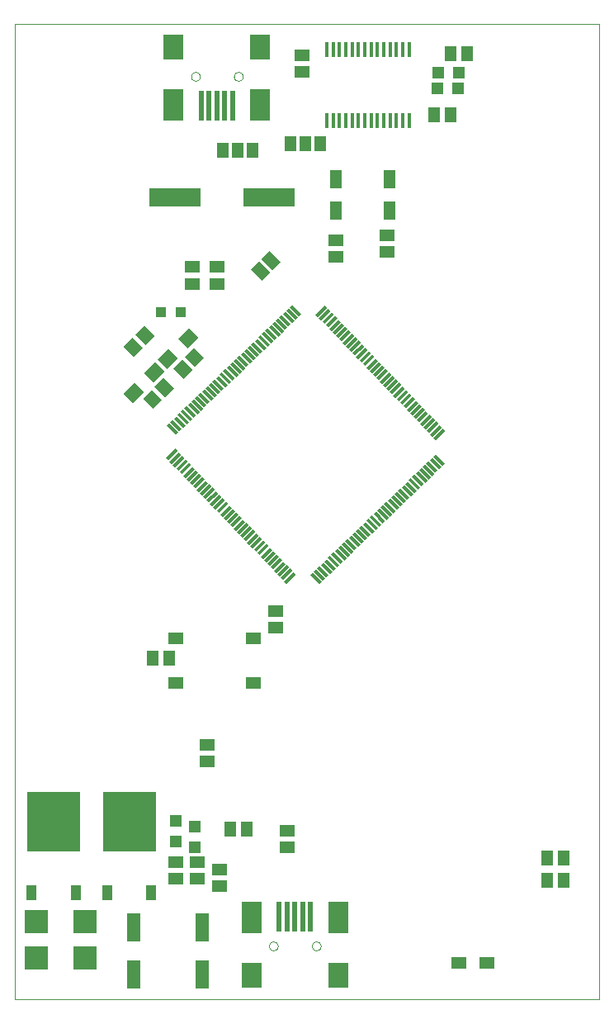
<source format=gtp>
G75*
%MOIN*%
%OFA0B0*%
%FSLAX24Y24*%
%IPPOS*%
%LPD*%
%AMOC8*
5,1,8,0,0,1.08239X$1,22.5*
%
%ADD10C,0.0000*%
%ADD11R,0.0531X0.0138*%
%ADD12R,0.0591X0.0512*%
%ADD13R,0.2126X0.2441*%
%ADD14R,0.0394X0.0630*%
%ADD15R,0.0945X0.0945*%
%ADD16R,0.0551X0.1181*%
%ADD17R,0.0787X0.0984*%
%ADD18R,0.0787X0.1299*%
%ADD19R,0.0197X0.1220*%
%ADD20R,0.0591X0.0472*%
%ADD21R,0.0512X0.0591*%
%ADD22R,0.0630X0.0551*%
%ADD23R,0.0394X0.0394*%
%ADD24R,0.2100X0.0760*%
%ADD25R,0.0512X0.0748*%
%ADD26R,0.0460X0.0630*%
%ADD27R,0.0472X0.0472*%
%ADD28R,0.0610X0.0512*%
%ADD29R,0.0157X0.0591*%
D10*
X000169Y001990D02*
X000169Y041360D01*
X023791Y041360D01*
X023791Y001990D01*
X000169Y001990D01*
X010445Y004155D02*
X010447Y004181D01*
X010453Y004207D01*
X010463Y004232D01*
X010476Y004255D01*
X010492Y004275D01*
X010512Y004293D01*
X010534Y004308D01*
X010557Y004320D01*
X010583Y004328D01*
X010609Y004332D01*
X010635Y004332D01*
X010661Y004328D01*
X010687Y004320D01*
X010711Y004308D01*
X010732Y004293D01*
X010752Y004275D01*
X010768Y004255D01*
X010781Y004232D01*
X010791Y004207D01*
X010797Y004181D01*
X010799Y004155D01*
X010797Y004129D01*
X010791Y004103D01*
X010781Y004078D01*
X010768Y004055D01*
X010752Y004035D01*
X010732Y004017D01*
X010710Y004002D01*
X010687Y003990D01*
X010661Y003982D01*
X010635Y003978D01*
X010609Y003978D01*
X010583Y003982D01*
X010557Y003990D01*
X010533Y004002D01*
X010512Y004017D01*
X010492Y004035D01*
X010476Y004055D01*
X010463Y004078D01*
X010453Y004103D01*
X010447Y004129D01*
X010445Y004155D01*
X012177Y004155D02*
X012179Y004181D01*
X012185Y004207D01*
X012195Y004232D01*
X012208Y004255D01*
X012224Y004275D01*
X012244Y004293D01*
X012266Y004308D01*
X012289Y004320D01*
X012315Y004328D01*
X012341Y004332D01*
X012367Y004332D01*
X012393Y004328D01*
X012419Y004320D01*
X012443Y004308D01*
X012464Y004293D01*
X012484Y004275D01*
X012500Y004255D01*
X012513Y004232D01*
X012523Y004207D01*
X012529Y004181D01*
X012531Y004155D01*
X012529Y004129D01*
X012523Y004103D01*
X012513Y004078D01*
X012500Y004055D01*
X012484Y004035D01*
X012464Y004017D01*
X012442Y004002D01*
X012419Y003990D01*
X012393Y003982D01*
X012367Y003978D01*
X012341Y003978D01*
X012315Y003982D01*
X012289Y003990D01*
X012265Y004002D01*
X012244Y004017D01*
X012224Y004035D01*
X012208Y004055D01*
X012195Y004078D01*
X012185Y004103D01*
X012179Y004129D01*
X012177Y004155D01*
X009027Y039254D02*
X009029Y039280D01*
X009035Y039306D01*
X009045Y039331D01*
X009058Y039354D01*
X009074Y039374D01*
X009094Y039392D01*
X009116Y039407D01*
X009139Y039419D01*
X009165Y039427D01*
X009191Y039431D01*
X009217Y039431D01*
X009243Y039427D01*
X009269Y039419D01*
X009293Y039407D01*
X009314Y039392D01*
X009334Y039374D01*
X009350Y039354D01*
X009363Y039331D01*
X009373Y039306D01*
X009379Y039280D01*
X009381Y039254D01*
X009379Y039228D01*
X009373Y039202D01*
X009363Y039177D01*
X009350Y039154D01*
X009334Y039134D01*
X009314Y039116D01*
X009292Y039101D01*
X009269Y039089D01*
X009243Y039081D01*
X009217Y039077D01*
X009191Y039077D01*
X009165Y039081D01*
X009139Y039089D01*
X009115Y039101D01*
X009094Y039116D01*
X009074Y039134D01*
X009058Y039154D01*
X009045Y039177D01*
X009035Y039202D01*
X009029Y039228D01*
X009027Y039254D01*
X007295Y039254D02*
X007297Y039280D01*
X007303Y039306D01*
X007313Y039331D01*
X007326Y039354D01*
X007342Y039374D01*
X007362Y039392D01*
X007384Y039407D01*
X007407Y039419D01*
X007433Y039427D01*
X007459Y039431D01*
X007485Y039431D01*
X007511Y039427D01*
X007537Y039419D01*
X007561Y039407D01*
X007582Y039392D01*
X007602Y039374D01*
X007618Y039354D01*
X007631Y039331D01*
X007641Y039306D01*
X007647Y039280D01*
X007649Y039254D01*
X007647Y039228D01*
X007641Y039202D01*
X007631Y039177D01*
X007618Y039154D01*
X007602Y039134D01*
X007582Y039116D01*
X007560Y039101D01*
X007537Y039089D01*
X007511Y039081D01*
X007485Y039077D01*
X007459Y039077D01*
X007433Y039081D01*
X007407Y039089D01*
X007383Y039101D01*
X007362Y039116D01*
X007342Y039134D01*
X007326Y039154D01*
X007313Y039177D01*
X007303Y039202D01*
X007297Y039228D01*
X007295Y039254D01*
D11*
G36*
X011653Y029568D02*
X011287Y029950D01*
X011387Y030046D01*
X011753Y029664D01*
X011653Y029568D01*
G37*
G36*
X011511Y029431D02*
X011145Y029813D01*
X011245Y029909D01*
X011611Y029527D01*
X011511Y029431D01*
G37*
G36*
X011369Y029295D02*
X011003Y029677D01*
X011103Y029773D01*
X011469Y029391D01*
X011369Y029295D01*
G37*
G36*
X011227Y029159D02*
X010861Y029541D01*
X010961Y029637D01*
X011327Y029255D01*
X011227Y029159D01*
G37*
G36*
X011085Y029023D02*
X010719Y029405D01*
X010819Y029501D01*
X011185Y029119D01*
X011085Y029023D01*
G37*
G36*
X010942Y028886D02*
X010576Y029268D01*
X010676Y029364D01*
X011042Y028982D01*
X010942Y028886D01*
G37*
G36*
X010800Y028750D02*
X010434Y029132D01*
X010534Y029228D01*
X010900Y028846D01*
X010800Y028750D01*
G37*
G36*
X010658Y028614D02*
X010292Y028996D01*
X010392Y029092D01*
X010758Y028710D01*
X010658Y028614D01*
G37*
G36*
X010516Y028478D02*
X010150Y028860D01*
X010250Y028956D01*
X010616Y028574D01*
X010516Y028478D01*
G37*
G36*
X010374Y028341D02*
X010008Y028723D01*
X010108Y028819D01*
X010474Y028437D01*
X010374Y028341D01*
G37*
G36*
X010232Y028205D02*
X009866Y028587D01*
X009966Y028683D01*
X010332Y028301D01*
X010232Y028205D01*
G37*
G36*
X010090Y028069D02*
X009724Y028451D01*
X009824Y028547D01*
X010190Y028165D01*
X010090Y028069D01*
G37*
G36*
X009948Y027933D02*
X009582Y028315D01*
X009682Y028411D01*
X010048Y028029D01*
X009948Y027933D01*
G37*
G36*
X009806Y027796D02*
X009440Y028178D01*
X009540Y028274D01*
X009906Y027892D01*
X009806Y027796D01*
G37*
G36*
X009664Y027660D02*
X009298Y028042D01*
X009398Y028138D01*
X009764Y027756D01*
X009664Y027660D01*
G37*
G36*
X009522Y027524D02*
X009156Y027906D01*
X009256Y028002D01*
X009622Y027620D01*
X009522Y027524D01*
G37*
G36*
X009380Y027388D02*
X009014Y027770D01*
X009114Y027866D01*
X009480Y027484D01*
X009380Y027388D01*
G37*
G36*
X009237Y027251D02*
X008871Y027633D01*
X008971Y027729D01*
X009337Y027347D01*
X009237Y027251D01*
G37*
G36*
X009095Y027115D02*
X008729Y027497D01*
X008829Y027593D01*
X009195Y027211D01*
X009095Y027115D01*
G37*
G36*
X008953Y026979D02*
X008587Y027361D01*
X008687Y027457D01*
X009053Y027075D01*
X008953Y026979D01*
G37*
G36*
X008811Y026843D02*
X008445Y027225D01*
X008545Y027321D01*
X008911Y026939D01*
X008811Y026843D01*
G37*
G36*
X008669Y026706D02*
X008303Y027088D01*
X008403Y027184D01*
X008769Y026802D01*
X008669Y026706D01*
G37*
G36*
X008527Y026570D02*
X008161Y026952D01*
X008261Y027048D01*
X008627Y026666D01*
X008527Y026570D01*
G37*
G36*
X008385Y026434D02*
X008019Y026816D01*
X008119Y026912D01*
X008485Y026530D01*
X008385Y026434D01*
G37*
G36*
X008243Y026298D02*
X007877Y026680D01*
X007977Y026776D01*
X008343Y026394D01*
X008243Y026298D01*
G37*
G36*
X008101Y026161D02*
X007735Y026543D01*
X007835Y026639D01*
X008201Y026257D01*
X008101Y026161D01*
G37*
G36*
X007959Y026025D02*
X007593Y026407D01*
X007693Y026503D01*
X008059Y026121D01*
X007959Y026025D01*
G37*
G36*
X007817Y025889D02*
X007451Y026271D01*
X007551Y026367D01*
X007917Y025985D01*
X007817Y025889D01*
G37*
G36*
X007675Y025753D02*
X007309Y026135D01*
X007409Y026231D01*
X007775Y025849D01*
X007675Y025753D01*
G37*
G36*
X007533Y025616D02*
X007167Y025998D01*
X007267Y026094D01*
X007633Y025712D01*
X007533Y025616D01*
G37*
G36*
X007390Y025480D02*
X007024Y025862D01*
X007124Y025958D01*
X007490Y025576D01*
X007390Y025480D01*
G37*
G36*
X007248Y025344D02*
X006882Y025726D01*
X006982Y025822D01*
X007348Y025440D01*
X007248Y025344D01*
G37*
G36*
X007106Y025208D02*
X006740Y025590D01*
X006840Y025686D01*
X007206Y025304D01*
X007106Y025208D01*
G37*
G36*
X006964Y025071D02*
X006598Y025453D01*
X006698Y025549D01*
X007064Y025167D01*
X006964Y025071D01*
G37*
G36*
X006822Y024935D02*
X006456Y025317D01*
X006556Y025413D01*
X006922Y025031D01*
X006822Y024935D01*
G37*
G36*
X006680Y024799D02*
X006314Y025181D01*
X006414Y025277D01*
X006780Y024895D01*
X006680Y024799D01*
G37*
G36*
X006764Y024127D02*
X006382Y023761D01*
X006286Y023861D01*
X006668Y024227D01*
X006764Y024127D01*
G37*
G36*
X006900Y023985D02*
X006518Y023619D01*
X006422Y023719D01*
X006804Y024085D01*
X006900Y023985D01*
G37*
G36*
X007037Y023843D02*
X006655Y023477D01*
X006559Y023577D01*
X006941Y023943D01*
X007037Y023843D01*
G37*
G36*
X007173Y023701D02*
X006791Y023335D01*
X006695Y023435D01*
X007077Y023801D01*
X007173Y023701D01*
G37*
G36*
X007309Y023559D02*
X006927Y023193D01*
X006831Y023293D01*
X007213Y023659D01*
X007309Y023559D01*
G37*
G36*
X007445Y023417D02*
X007063Y023051D01*
X006967Y023151D01*
X007349Y023517D01*
X007445Y023417D01*
G37*
G36*
X007582Y023275D02*
X007200Y022909D01*
X007104Y023009D01*
X007486Y023375D01*
X007582Y023275D01*
G37*
G36*
X007718Y023133D02*
X007336Y022767D01*
X007240Y022867D01*
X007622Y023233D01*
X007718Y023133D01*
G37*
G36*
X007854Y022991D02*
X007472Y022625D01*
X007376Y022725D01*
X007758Y023091D01*
X007854Y022991D01*
G37*
G36*
X007990Y022849D02*
X007608Y022483D01*
X007512Y022583D01*
X007894Y022949D01*
X007990Y022849D01*
G37*
G36*
X008127Y022706D02*
X007745Y022340D01*
X007649Y022440D01*
X008031Y022806D01*
X008127Y022706D01*
G37*
G36*
X008263Y022564D02*
X007881Y022198D01*
X007785Y022298D01*
X008167Y022664D01*
X008263Y022564D01*
G37*
G36*
X008399Y022422D02*
X008017Y022056D01*
X007921Y022156D01*
X008303Y022522D01*
X008399Y022422D01*
G37*
G36*
X008535Y022280D02*
X008153Y021914D01*
X008057Y022014D01*
X008439Y022380D01*
X008535Y022280D01*
G37*
G36*
X008672Y022138D02*
X008290Y021772D01*
X008194Y021872D01*
X008576Y022238D01*
X008672Y022138D01*
G37*
G36*
X008808Y021996D02*
X008426Y021630D01*
X008330Y021730D01*
X008712Y022096D01*
X008808Y021996D01*
G37*
G36*
X008944Y021854D02*
X008562Y021488D01*
X008466Y021588D01*
X008848Y021954D01*
X008944Y021854D01*
G37*
G36*
X009080Y021712D02*
X008698Y021346D01*
X008602Y021446D01*
X008984Y021812D01*
X009080Y021712D01*
G37*
G36*
X009217Y021570D02*
X008835Y021204D01*
X008739Y021304D01*
X009121Y021670D01*
X009217Y021570D01*
G37*
G36*
X009353Y021428D02*
X008971Y021062D01*
X008875Y021162D01*
X009257Y021528D01*
X009353Y021428D01*
G37*
G36*
X009489Y021286D02*
X009107Y020920D01*
X009011Y021020D01*
X009393Y021386D01*
X009489Y021286D01*
G37*
G36*
X009625Y021144D02*
X009243Y020778D01*
X009147Y020878D01*
X009529Y021244D01*
X009625Y021144D01*
G37*
G36*
X009762Y021002D02*
X009380Y020636D01*
X009284Y020736D01*
X009666Y021102D01*
X009762Y021002D01*
G37*
G36*
X009898Y020859D02*
X009516Y020493D01*
X009420Y020593D01*
X009802Y020959D01*
X009898Y020859D01*
G37*
G36*
X010034Y020717D02*
X009652Y020351D01*
X009556Y020451D01*
X009938Y020817D01*
X010034Y020717D01*
G37*
G36*
X010170Y020575D02*
X009788Y020209D01*
X009692Y020309D01*
X010074Y020675D01*
X010170Y020575D01*
G37*
G36*
X010307Y020433D02*
X009925Y020067D01*
X009829Y020167D01*
X010211Y020533D01*
X010307Y020433D01*
G37*
G36*
X010443Y020291D02*
X010061Y019925D01*
X009965Y020025D01*
X010347Y020391D01*
X010443Y020291D01*
G37*
G36*
X010579Y020149D02*
X010197Y019783D01*
X010101Y019883D01*
X010483Y020249D01*
X010579Y020149D01*
G37*
G36*
X010715Y020007D02*
X010333Y019641D01*
X010237Y019741D01*
X010619Y020107D01*
X010715Y020007D01*
G37*
G36*
X010852Y019865D02*
X010470Y019499D01*
X010374Y019599D01*
X010756Y019965D01*
X010852Y019865D01*
G37*
G36*
X010988Y019723D02*
X010606Y019357D01*
X010510Y019457D01*
X010892Y019823D01*
X010988Y019723D01*
G37*
G36*
X011124Y019581D02*
X010742Y019215D01*
X010646Y019315D01*
X011028Y019681D01*
X011124Y019581D01*
G37*
G36*
X011260Y019439D02*
X010878Y019073D01*
X010782Y019173D01*
X011164Y019539D01*
X011260Y019439D01*
G37*
G36*
X011397Y019297D02*
X011015Y018931D01*
X010919Y019031D01*
X011301Y019397D01*
X011397Y019297D01*
G37*
G36*
X011533Y019154D02*
X011151Y018788D01*
X011055Y018888D01*
X011437Y019254D01*
X011533Y019154D01*
G37*
G36*
X012205Y019239D02*
X012571Y018857D01*
X012471Y018761D01*
X012105Y019143D01*
X012205Y019239D01*
G37*
G36*
X012347Y019375D02*
X012713Y018993D01*
X012613Y018897D01*
X012247Y019279D01*
X012347Y019375D01*
G37*
G36*
X012489Y019511D02*
X012855Y019129D01*
X012755Y019033D01*
X012389Y019415D01*
X012489Y019511D01*
G37*
G36*
X012631Y019647D02*
X012997Y019265D01*
X012897Y019169D01*
X012531Y019551D01*
X012631Y019647D01*
G37*
G36*
X012773Y019784D02*
X013139Y019402D01*
X013039Y019306D01*
X012673Y019688D01*
X012773Y019784D01*
G37*
G36*
X012915Y019920D02*
X013281Y019538D01*
X013181Y019442D01*
X012815Y019824D01*
X012915Y019920D01*
G37*
G36*
X013057Y020056D02*
X013423Y019674D01*
X013323Y019578D01*
X012957Y019960D01*
X013057Y020056D01*
G37*
G36*
X013199Y020192D02*
X013565Y019810D01*
X013465Y019714D01*
X013099Y020096D01*
X013199Y020192D01*
G37*
G36*
X013341Y020329D02*
X013707Y019947D01*
X013607Y019851D01*
X013241Y020233D01*
X013341Y020329D01*
G37*
G36*
X013483Y020465D02*
X013849Y020083D01*
X013749Y019987D01*
X013383Y020369D01*
X013483Y020465D01*
G37*
G36*
X013625Y020601D02*
X013991Y020219D01*
X013891Y020123D01*
X013525Y020505D01*
X013625Y020601D01*
G37*
G36*
X013768Y020737D02*
X014134Y020355D01*
X014034Y020259D01*
X013668Y020641D01*
X013768Y020737D01*
G37*
G36*
X013910Y020874D02*
X014276Y020492D01*
X014176Y020396D01*
X013810Y020778D01*
X013910Y020874D01*
G37*
G36*
X014052Y021010D02*
X014418Y020628D01*
X014318Y020532D01*
X013952Y020914D01*
X014052Y021010D01*
G37*
G36*
X014194Y021146D02*
X014560Y020764D01*
X014460Y020668D01*
X014094Y021050D01*
X014194Y021146D01*
G37*
G36*
X014336Y021282D02*
X014702Y020900D01*
X014602Y020804D01*
X014236Y021186D01*
X014336Y021282D01*
G37*
G36*
X014478Y021419D02*
X014844Y021037D01*
X014744Y020941D01*
X014378Y021323D01*
X014478Y021419D01*
G37*
G36*
X014620Y021555D02*
X014986Y021173D01*
X014886Y021077D01*
X014520Y021459D01*
X014620Y021555D01*
G37*
G36*
X014762Y021691D02*
X015128Y021309D01*
X015028Y021213D01*
X014662Y021595D01*
X014762Y021691D01*
G37*
G36*
X014904Y021827D02*
X015270Y021445D01*
X015170Y021349D01*
X014804Y021731D01*
X014904Y021827D01*
G37*
G36*
X015046Y021964D02*
X015412Y021582D01*
X015312Y021486D01*
X014946Y021868D01*
X015046Y021964D01*
G37*
G36*
X015188Y022100D02*
X015554Y021718D01*
X015454Y021622D01*
X015088Y022004D01*
X015188Y022100D01*
G37*
G36*
X015330Y022236D02*
X015696Y021854D01*
X015596Y021758D01*
X015230Y022140D01*
X015330Y022236D01*
G37*
G36*
X015472Y022372D02*
X015838Y021990D01*
X015738Y021894D01*
X015372Y022276D01*
X015472Y022372D01*
G37*
G36*
X015615Y022509D02*
X015981Y022127D01*
X015881Y022031D01*
X015515Y022413D01*
X015615Y022509D01*
G37*
G36*
X015757Y022645D02*
X016123Y022263D01*
X016023Y022167D01*
X015657Y022549D01*
X015757Y022645D01*
G37*
G36*
X015899Y022781D02*
X016265Y022399D01*
X016165Y022303D01*
X015799Y022685D01*
X015899Y022781D01*
G37*
G36*
X016041Y022917D02*
X016407Y022535D01*
X016307Y022439D01*
X015941Y022821D01*
X016041Y022917D01*
G37*
G36*
X016183Y023054D02*
X016549Y022672D01*
X016449Y022576D01*
X016083Y022958D01*
X016183Y023054D01*
G37*
G36*
X016325Y023190D02*
X016691Y022808D01*
X016591Y022712D01*
X016225Y023094D01*
X016325Y023190D01*
G37*
G36*
X016467Y023326D02*
X016833Y022944D01*
X016733Y022848D01*
X016367Y023230D01*
X016467Y023326D01*
G37*
G36*
X016609Y023462D02*
X016975Y023080D01*
X016875Y022984D01*
X016509Y023366D01*
X016609Y023462D01*
G37*
G36*
X016751Y023599D02*
X017117Y023217D01*
X017017Y023121D01*
X016651Y023503D01*
X016751Y023599D01*
G37*
G36*
X016893Y023735D02*
X017259Y023353D01*
X017159Y023257D01*
X016793Y023639D01*
X016893Y023735D01*
G37*
G36*
X017035Y023871D02*
X017401Y023489D01*
X017301Y023393D01*
X016935Y023775D01*
X017035Y023871D01*
G37*
G36*
X017177Y024007D02*
X017543Y023625D01*
X017443Y023529D01*
X017077Y023911D01*
X017177Y024007D01*
G37*
G36*
X017093Y024679D02*
X017475Y025045D01*
X017571Y024945D01*
X017189Y024579D01*
X017093Y024679D01*
G37*
G36*
X016957Y024821D02*
X017339Y025187D01*
X017435Y025087D01*
X017053Y024721D01*
X016957Y024821D01*
G37*
G36*
X016821Y024963D02*
X017203Y025329D01*
X017299Y025229D01*
X016917Y024863D01*
X016821Y024963D01*
G37*
G36*
X016685Y025105D02*
X017067Y025471D01*
X017163Y025371D01*
X016781Y025005D01*
X016685Y025105D01*
G37*
G36*
X016548Y025247D02*
X016930Y025613D01*
X017026Y025513D01*
X016644Y025147D01*
X016548Y025247D01*
G37*
G36*
X016412Y025389D02*
X016794Y025755D01*
X016890Y025655D01*
X016508Y025289D01*
X016412Y025389D01*
G37*
G36*
X016276Y025532D02*
X016658Y025898D01*
X016754Y025798D01*
X016372Y025432D01*
X016276Y025532D01*
G37*
G36*
X016140Y025674D02*
X016522Y026040D01*
X016618Y025940D01*
X016236Y025574D01*
X016140Y025674D01*
G37*
G36*
X016003Y025816D02*
X016385Y026182D01*
X016481Y026082D01*
X016099Y025716D01*
X016003Y025816D01*
G37*
G36*
X015867Y025958D02*
X016249Y026324D01*
X016345Y026224D01*
X015963Y025858D01*
X015867Y025958D01*
G37*
G36*
X015731Y026100D02*
X016113Y026466D01*
X016209Y026366D01*
X015827Y026000D01*
X015731Y026100D01*
G37*
G36*
X015595Y026242D02*
X015977Y026608D01*
X016073Y026508D01*
X015691Y026142D01*
X015595Y026242D01*
G37*
G36*
X015458Y026384D02*
X015840Y026750D01*
X015936Y026650D01*
X015554Y026284D01*
X015458Y026384D01*
G37*
G36*
X015322Y026526D02*
X015704Y026892D01*
X015800Y026792D01*
X015418Y026426D01*
X015322Y026526D01*
G37*
G36*
X015186Y026668D02*
X015568Y027034D01*
X015664Y026934D01*
X015282Y026568D01*
X015186Y026668D01*
G37*
G36*
X015050Y026810D02*
X015432Y027176D01*
X015528Y027076D01*
X015146Y026710D01*
X015050Y026810D01*
G37*
G36*
X014913Y026952D02*
X015295Y027318D01*
X015391Y027218D01*
X015009Y026852D01*
X014913Y026952D01*
G37*
G36*
X014777Y027094D02*
X015159Y027460D01*
X015255Y027360D01*
X014873Y026994D01*
X014777Y027094D01*
G37*
G36*
X014641Y027236D02*
X015023Y027602D01*
X015119Y027502D01*
X014737Y027136D01*
X014641Y027236D01*
G37*
G36*
X014505Y027379D02*
X014887Y027745D01*
X014983Y027645D01*
X014601Y027279D01*
X014505Y027379D01*
G37*
G36*
X014368Y027521D02*
X014750Y027887D01*
X014846Y027787D01*
X014464Y027421D01*
X014368Y027521D01*
G37*
G36*
X014232Y027663D02*
X014614Y028029D01*
X014710Y027929D01*
X014328Y027563D01*
X014232Y027663D01*
G37*
G36*
X014096Y027805D02*
X014478Y028171D01*
X014574Y028071D01*
X014192Y027705D01*
X014096Y027805D01*
G37*
G36*
X013960Y027947D02*
X014342Y028313D01*
X014438Y028213D01*
X014056Y027847D01*
X013960Y027947D01*
G37*
G36*
X013823Y028089D02*
X014205Y028455D01*
X014301Y028355D01*
X013919Y027989D01*
X013823Y028089D01*
G37*
G36*
X013687Y028231D02*
X014069Y028597D01*
X014165Y028497D01*
X013783Y028131D01*
X013687Y028231D01*
G37*
G36*
X013551Y028373D02*
X013933Y028739D01*
X014029Y028639D01*
X013647Y028273D01*
X013551Y028373D01*
G37*
G36*
X013415Y028515D02*
X013797Y028881D01*
X013893Y028781D01*
X013511Y028415D01*
X013415Y028515D01*
G37*
G36*
X013278Y028657D02*
X013660Y029023D01*
X013756Y028923D01*
X013374Y028557D01*
X013278Y028657D01*
G37*
G36*
X013142Y028799D02*
X013524Y029165D01*
X013620Y029065D01*
X013238Y028699D01*
X013142Y028799D01*
G37*
G36*
X013006Y028941D02*
X013388Y029307D01*
X013484Y029207D01*
X013102Y028841D01*
X013006Y028941D01*
G37*
G36*
X012870Y029083D02*
X013252Y029449D01*
X013348Y029349D01*
X012966Y028983D01*
X012870Y029083D01*
G37*
G36*
X012733Y029226D02*
X013115Y029592D01*
X013211Y029492D01*
X012829Y029126D01*
X012733Y029226D01*
G37*
G36*
X012597Y029368D02*
X012979Y029734D01*
X013075Y029634D01*
X012693Y029268D01*
X012597Y029368D01*
G37*
G36*
X012461Y029510D02*
X012843Y029876D01*
X012939Y029776D01*
X012557Y029410D01*
X012461Y029510D01*
G37*
G36*
X012325Y029652D02*
X012707Y030018D01*
X012803Y029918D01*
X012421Y029552D01*
X012325Y029652D01*
G37*
D12*
X013161Y031970D03*
X013161Y032639D03*
X015228Y032836D03*
X015228Y032167D03*
X011783Y039450D03*
X011783Y040120D03*
X008338Y031557D03*
X008338Y030887D03*
X007354Y030887D03*
X007354Y031557D03*
X010700Y017679D03*
X010700Y017009D03*
X007944Y012265D03*
X007944Y011596D03*
X007551Y007541D03*
X007551Y006872D03*
X006665Y006872D03*
X006665Y007541D03*
X008437Y007246D03*
X008437Y006576D03*
X011193Y008151D03*
X011193Y008820D03*
D13*
X004795Y009175D03*
X001744Y009175D03*
D14*
X002641Y006301D03*
X003897Y006301D03*
X005693Y006301D03*
X000846Y006301D03*
D15*
X001055Y005139D03*
X001055Y003663D03*
X003023Y003663D03*
X003023Y005139D03*
D16*
X004992Y004903D03*
X004992Y003013D03*
X007748Y003013D03*
X007748Y004903D03*
D17*
X009736Y002974D03*
X013240Y002974D03*
X010090Y040435D03*
X006586Y040435D03*
D18*
X006586Y038112D03*
X010090Y038112D03*
X009736Y005297D03*
X013240Y005297D03*
D19*
X012118Y005336D03*
X011803Y005336D03*
X011488Y005336D03*
X011173Y005336D03*
X010858Y005336D03*
X008968Y038072D03*
X008653Y038072D03*
X008338Y038072D03*
X008023Y038072D03*
X007708Y038072D03*
D20*
X018102Y003466D03*
X019244Y003466D03*
D21*
X021685Y006813D03*
X021685Y007698D03*
X022354Y007698D03*
X022354Y006813D03*
X009559Y008880D03*
X008889Y008880D03*
X006409Y015769D03*
X005740Y015769D03*
G36*
X006128Y026199D02*
X005766Y025837D01*
X005350Y026253D01*
X005712Y026615D01*
X006128Y026199D01*
G37*
G36*
X006602Y026672D02*
X006240Y026310D01*
X005824Y026726D01*
X006186Y027088D01*
X006602Y026672D01*
G37*
G36*
X007350Y027415D02*
X006988Y027053D01*
X006572Y027469D01*
X006934Y027831D01*
X007350Y027415D01*
G37*
G36*
X007823Y027888D02*
X007461Y027526D01*
X007045Y027942D01*
X007407Y028304D01*
X007823Y027888D01*
G37*
G36*
X005036Y028828D02*
X005398Y029190D01*
X005814Y028774D01*
X005452Y028412D01*
X005036Y028828D01*
G37*
G36*
X004563Y028355D02*
X004925Y028717D01*
X005341Y028301D01*
X004979Y027939D01*
X004563Y028355D01*
G37*
X017118Y037718D03*
X017787Y037718D03*
X017767Y040159D03*
X018437Y040159D03*
D22*
G36*
X006764Y028659D02*
X007209Y029104D01*
X007598Y028715D01*
X007153Y028270D01*
X006764Y028659D01*
G37*
G36*
X006763Y027880D02*
X006318Y027435D01*
X005929Y027824D01*
X006374Y028269D01*
X006763Y027880D01*
G37*
G36*
X005386Y027281D02*
X005831Y027726D01*
X006220Y027337D01*
X005775Y026892D01*
X005386Y027281D01*
G37*
G36*
X005385Y026502D02*
X004940Y026057D01*
X004551Y026446D01*
X004996Y026891D01*
X005385Y026502D01*
G37*
D23*
X006074Y029746D03*
X006862Y029746D03*
D24*
X006635Y034372D03*
X010435Y034372D03*
D25*
X013161Y033840D03*
X013161Y035100D03*
X015326Y035100D03*
X015326Y033840D03*
D26*
X012501Y036537D03*
X011901Y036537D03*
X011301Y036537D03*
X009785Y036261D03*
X009185Y036261D03*
X008585Y036261D03*
G36*
X010134Y031888D02*
X010459Y032213D01*
X010904Y031768D01*
X010579Y031443D01*
X010134Y031888D01*
G37*
G36*
X009710Y031464D02*
X010035Y031789D01*
X010480Y031344D01*
X010155Y031019D01*
X009710Y031464D01*
G37*
D27*
X017236Y038761D03*
X017275Y039411D03*
X018102Y039411D03*
X018063Y038761D03*
X006665Y009194D03*
X006665Y008368D03*
X007452Y008151D03*
X007452Y008978D03*
D28*
X006675Y014785D03*
X006675Y016557D03*
X009805Y016557D03*
X009805Y014785D03*
D29*
X012777Y037472D03*
X013033Y037472D03*
X013289Y037472D03*
X013545Y037472D03*
X013801Y037472D03*
X014057Y037472D03*
X014313Y037472D03*
X014569Y037472D03*
X014824Y037472D03*
X015080Y037472D03*
X015336Y037472D03*
X015592Y037472D03*
X015848Y037472D03*
X016104Y037472D03*
X016104Y040326D03*
X015848Y040326D03*
X015592Y040326D03*
X015336Y040326D03*
X015080Y040326D03*
X014824Y040326D03*
X014569Y040326D03*
X014313Y040326D03*
X014057Y040326D03*
X013801Y040326D03*
X013545Y040326D03*
X013289Y040326D03*
X013033Y040326D03*
X012777Y040326D03*
M02*

</source>
